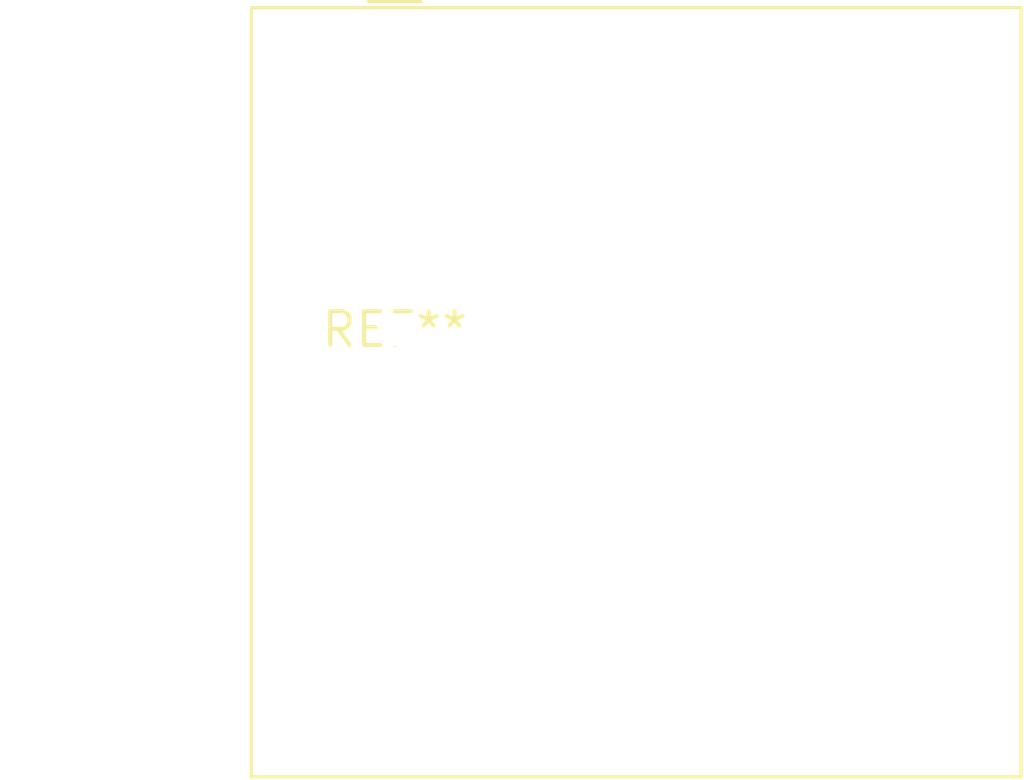
<source format=kicad_pcb>
(kicad_pcb (version 20240108) (generator pcbnew)
  (layers (0 "F.Cu" signal) (31 "B.Cu" signal) (34 "B.Paste" user) (35 "F.Paste" user) (36 "B.SilkS" user "B.Silkscreen") (37 "F.SilkS" user "F.Silkscreen") (38 "B.Mask" user) (39 "F.Mask" user) (44 "Edge.Cuts" user))
  (net 0 "")
  (footprint "Diode_Bridge_GeneSiC_KBPC_W" (layer "F.Cu") (at 0 0)
    (property "Reference" "REF**")
    (property "Value" "Diode_Bridge_GeneSiC_KBPC_W")
    (fp_line (start -5.375 -12.075) (end 23.475 -12.075) (layer "F.SilkS") (stroke (width 0.12)))
    (fp_line (start -5.375 16.775) (end -5.375 -12.075) (layer "F.SilkS") (stroke (width 0.12)))
    (fp_line (start -1 -12.3) (end 1 -12.3) (layer "F.SilkS") (stroke (width 0.12)))
    (fp_line (start 23.475 -12.075) (end 23.475 16.775) (layer "F.SilkS") (stroke (width 0.12)))
    (fp_line (start 23.475 16.775) (end -5.375 16.775) (layer "F.SilkS") (stroke (width 0.12)))
    (pad "1" thru_hole rect (at 0 0 180) (size 3.22 3.22) (drill 1.22) (layers *.Cu *.Mask) (remove_unused_layers))
    (pad "2" thru_hole circle (at 18.1 -6.7 180) (size 3.22 3.22) (drill 1.22) (layers *.Cu *.Mask) (remove_unused_layers))
    (pad "3" thru_hole circle (at 18.1 11.4 270) (size 3.22 3.22) (drill 1.22) (layers *.Cu *.Mask) (remove_unused_layers))
    (pad "4" thru_hole circle (at 0 11.4 180) (size 3.22 3.22) (drill 1.22) (layers *.Cu *.Mask) (remove_unused_layers))
  )
)
</source>
